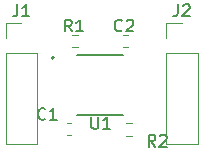
<source format=gbr>
G04 #@! TF.GenerationSoftware,KiCad,Pcbnew,(5.1.7)-1*
G04 #@! TF.CreationDate,2020-12-13T21:56:51-08:00*
G04 #@! TF.ProjectId,hotswap-i2c,686f7473-7761-4702-9d69-32632e6b6963,rev?*
G04 #@! TF.SameCoordinates,Original*
G04 #@! TF.FileFunction,Legend,Top*
G04 #@! TF.FilePolarity,Positive*
%FSLAX46Y46*%
G04 Gerber Fmt 4.6, Leading zero omitted, Abs format (unit mm)*
G04 Created by KiCad (PCBNEW (5.1.7)-1) date 2020-12-13 21:56:51*
%MOMM*%
%LPD*%
G01*
G04 APERTURE LIST*
%ADD10C,0.120000*%
%ADD11C,0.200000*%
%ADD12C,0.127000*%
%ADD13C,0.150000*%
G04 APERTURE END LIST*
D10*
X150246267Y-79530000D02*
X149903733Y-79530000D01*
X150246267Y-78510000D02*
X149903733Y-78510000D01*
X153520000Y-77490000D02*
X154850000Y-77490000D01*
X153520000Y-78820000D02*
X153520000Y-77490000D01*
X153520000Y-80090000D02*
X156180000Y-80090000D01*
X156180000Y-80090000D02*
X156180000Y-87770000D01*
X153520000Y-80090000D02*
X153520000Y-87770000D01*
X153520000Y-87770000D02*
X156180000Y-87770000D01*
X139920000Y-77490000D02*
X141250000Y-77490000D01*
X139920000Y-78820000D02*
X139920000Y-77490000D01*
X139920000Y-80090000D02*
X142580000Y-80090000D01*
X142580000Y-80090000D02*
X142580000Y-87770000D01*
X139920000Y-80090000D02*
X139920000Y-87770000D01*
X139920000Y-87770000D02*
X142580000Y-87770000D01*
X150107776Y-85997500D02*
X150617224Y-85997500D01*
X150107776Y-87042500D02*
X150617224Y-87042500D01*
D11*
X144010000Y-80465000D02*
G75*
G03*
X144010000Y-80465000I-100000J0D01*
G01*
D12*
X146000000Y-80245000D02*
X149900000Y-80245000D01*
X146000000Y-85295000D02*
X149900000Y-85295000D01*
D10*
X145532776Y-78497500D02*
X146042224Y-78497500D01*
X145532776Y-79542500D02*
X146042224Y-79542500D01*
X145496267Y-87030000D02*
X145153733Y-87030000D01*
X145496267Y-86010000D02*
X145153733Y-86010000D01*
D13*
X149783333Y-78127142D02*
X149735714Y-78174761D01*
X149592857Y-78222380D01*
X149497619Y-78222380D01*
X149354761Y-78174761D01*
X149259523Y-78079523D01*
X149211904Y-77984285D01*
X149164285Y-77793809D01*
X149164285Y-77650952D01*
X149211904Y-77460476D01*
X149259523Y-77365238D01*
X149354761Y-77270000D01*
X149497619Y-77222380D01*
X149592857Y-77222380D01*
X149735714Y-77270000D01*
X149783333Y-77317619D01*
X150164285Y-77317619D02*
X150211904Y-77270000D01*
X150307142Y-77222380D01*
X150545238Y-77222380D01*
X150640476Y-77270000D01*
X150688095Y-77317619D01*
X150735714Y-77412857D01*
X150735714Y-77508095D01*
X150688095Y-77650952D01*
X150116666Y-78222380D01*
X150735714Y-78222380D01*
X154516666Y-75942380D02*
X154516666Y-76656666D01*
X154469047Y-76799523D01*
X154373809Y-76894761D01*
X154230952Y-76942380D01*
X154135714Y-76942380D01*
X154945238Y-76037619D02*
X154992857Y-75990000D01*
X155088095Y-75942380D01*
X155326190Y-75942380D01*
X155421428Y-75990000D01*
X155469047Y-76037619D01*
X155516666Y-76132857D01*
X155516666Y-76228095D01*
X155469047Y-76370952D01*
X154897619Y-76942380D01*
X155516666Y-76942380D01*
X140916666Y-75942380D02*
X140916666Y-76656666D01*
X140869047Y-76799523D01*
X140773809Y-76894761D01*
X140630952Y-76942380D01*
X140535714Y-76942380D01*
X141916666Y-76942380D02*
X141345238Y-76942380D01*
X141630952Y-76942380D02*
X141630952Y-75942380D01*
X141535714Y-76085238D01*
X141440476Y-76180476D01*
X141345238Y-76228095D01*
X152608333Y-87972380D02*
X152275000Y-87496190D01*
X152036904Y-87972380D02*
X152036904Y-86972380D01*
X152417857Y-86972380D01*
X152513095Y-87020000D01*
X152560714Y-87067619D01*
X152608333Y-87162857D01*
X152608333Y-87305714D01*
X152560714Y-87400952D01*
X152513095Y-87448571D01*
X152417857Y-87496190D01*
X152036904Y-87496190D01*
X152989285Y-87067619D02*
X153036904Y-87020000D01*
X153132142Y-86972380D01*
X153370238Y-86972380D01*
X153465476Y-87020000D01*
X153513095Y-87067619D01*
X153560714Y-87162857D01*
X153560714Y-87258095D01*
X153513095Y-87400952D01*
X152941666Y-87972380D01*
X153560714Y-87972380D01*
X147188095Y-85472380D02*
X147188095Y-86281904D01*
X147235714Y-86377142D01*
X147283333Y-86424761D01*
X147378571Y-86472380D01*
X147569047Y-86472380D01*
X147664285Y-86424761D01*
X147711904Y-86377142D01*
X147759523Y-86281904D01*
X147759523Y-85472380D01*
X148759523Y-86472380D02*
X148188095Y-86472380D01*
X148473809Y-86472380D02*
X148473809Y-85472380D01*
X148378571Y-85615238D01*
X148283333Y-85710476D01*
X148188095Y-85758095D01*
X145533333Y-78222380D02*
X145200000Y-77746190D01*
X144961904Y-78222380D02*
X144961904Y-77222380D01*
X145342857Y-77222380D01*
X145438095Y-77270000D01*
X145485714Y-77317619D01*
X145533333Y-77412857D01*
X145533333Y-77555714D01*
X145485714Y-77650952D01*
X145438095Y-77698571D01*
X145342857Y-77746190D01*
X144961904Y-77746190D01*
X146485714Y-78222380D02*
X145914285Y-78222380D01*
X146200000Y-78222380D02*
X146200000Y-77222380D01*
X146104761Y-77365238D01*
X146009523Y-77460476D01*
X145914285Y-77508095D01*
X143283333Y-85627142D02*
X143235714Y-85674761D01*
X143092857Y-85722380D01*
X142997619Y-85722380D01*
X142854761Y-85674761D01*
X142759523Y-85579523D01*
X142711904Y-85484285D01*
X142664285Y-85293809D01*
X142664285Y-85150952D01*
X142711904Y-84960476D01*
X142759523Y-84865238D01*
X142854761Y-84770000D01*
X142997619Y-84722380D01*
X143092857Y-84722380D01*
X143235714Y-84770000D01*
X143283333Y-84817619D01*
X144235714Y-85722380D02*
X143664285Y-85722380D01*
X143950000Y-85722380D02*
X143950000Y-84722380D01*
X143854761Y-84865238D01*
X143759523Y-84960476D01*
X143664285Y-85008095D01*
M02*

</source>
